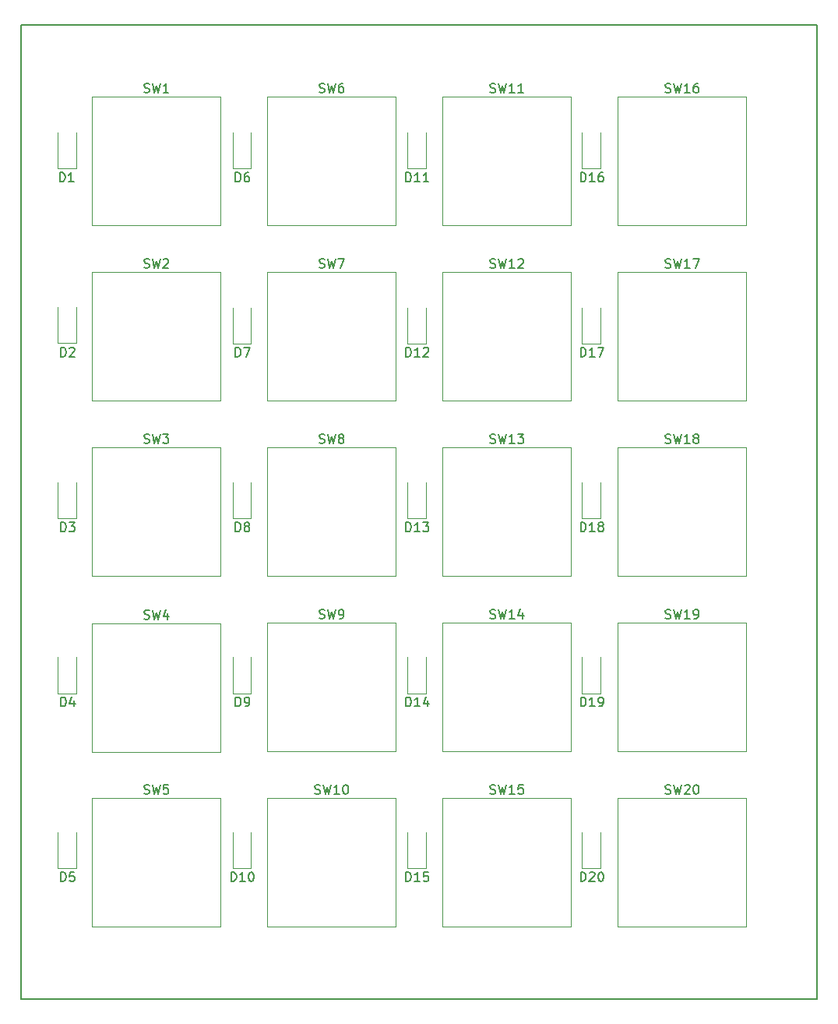
<source format=gbr>
%TF.GenerationSoftware,KiCad,Pcbnew,(5.0.2-5-10.14)*%
%TF.CreationDate,2019-04-08T21:19:03+10:00*%
%TF.ProjectId,macropod,6d616372-6f70-46f6-942e-6b696361645f,rev?*%
%TF.SameCoordinates,Original*%
%TF.FileFunction,Legend,Top*%
%TF.FilePolarity,Positive*%
%FSLAX46Y46*%
G04 Gerber Fmt 4.6, Leading zero omitted, Abs format (unit mm)*
G04 Created by KiCad (PCBNEW (5.0.2-5-10.14)) date Monday, 08 April 2019 at 09:19:03 pm*
%MOMM*%
%LPD*%
G01*
G04 APERTURE LIST*
%ADD10C,0.150000*%
%ADD11C,0.120000*%
G04 APERTURE END LIST*
D10*
X29700000Y-28429951D02*
X29700000Y-134229951D01*
X29700000Y-134229951D02*
X116300000Y-134229951D01*
X116300000Y-28429951D02*
X116300000Y-134229951D01*
X29700000Y-28429951D02*
X116300000Y-28429951D01*
D11*
X37465049Y-36195000D02*
X51435049Y-36195000D01*
X51435049Y-36195000D02*
X51435049Y-50165000D01*
X51435049Y-50165000D02*
X37465049Y-50165000D01*
X37465049Y-50165000D02*
X37465049Y-36195000D01*
X37465049Y-55244951D02*
X51435049Y-55244951D01*
X51435049Y-55244951D02*
X51435049Y-69214951D01*
X51435049Y-69214951D02*
X37465049Y-69214951D01*
X37465049Y-69214951D02*
X37465049Y-55244951D01*
X37465049Y-74294902D02*
X51435049Y-74294902D01*
X51435049Y-74294902D02*
X51435049Y-88264902D01*
X51435049Y-88264902D02*
X37465049Y-88264902D01*
X37465049Y-88264902D02*
X37465049Y-74294902D01*
X37465049Y-93411708D02*
X51435049Y-93411708D01*
X51435049Y-93411708D02*
X51435049Y-107381708D01*
X51435049Y-107381708D02*
X37465049Y-107381708D01*
X37465049Y-107381708D02*
X37465049Y-93411708D01*
X37465049Y-112394804D02*
X51435049Y-112394804D01*
X51435049Y-112394804D02*
X51435049Y-126364804D01*
X51435049Y-126364804D02*
X37465049Y-126364804D01*
X37465049Y-126364804D02*
X37465049Y-112394804D01*
X56515000Y-50165000D02*
X56515000Y-36195000D01*
X70485000Y-50165000D02*
X56515000Y-50165000D01*
X70485000Y-36195000D02*
X70485000Y-50165000D01*
X56515000Y-36195000D02*
X70485000Y-36195000D01*
X56515000Y-55244951D02*
X70485000Y-55244951D01*
X70485000Y-55244951D02*
X70485000Y-69214951D01*
X70485000Y-69214951D02*
X56515000Y-69214951D01*
X56515000Y-69214951D02*
X56515000Y-55244951D01*
X56515000Y-88264902D02*
X56515000Y-74294902D01*
X70485000Y-88264902D02*
X56515000Y-88264902D01*
X70485000Y-74294902D02*
X70485000Y-88264902D01*
X56515000Y-74294902D02*
X70485000Y-74294902D01*
X56515000Y-107314853D02*
X56515000Y-93344853D01*
X70485000Y-107314853D02*
X56515000Y-107314853D01*
X70485000Y-93344853D02*
X70485000Y-107314853D01*
X56515000Y-93344853D02*
X70485000Y-93344853D01*
X56515000Y-112394804D02*
X70485000Y-112394804D01*
X70485000Y-112394804D02*
X70485000Y-126364804D01*
X70485000Y-126364804D02*
X56515000Y-126364804D01*
X56515000Y-126364804D02*
X56515000Y-112394804D01*
X75564951Y-50165000D02*
X75564951Y-36195000D01*
X89534951Y-50165000D02*
X75564951Y-50165000D01*
X89534951Y-36195000D02*
X89534951Y-50165000D01*
X75564951Y-36195000D02*
X89534951Y-36195000D01*
X75564951Y-55244951D02*
X89534951Y-55244951D01*
X89534951Y-55244951D02*
X89534951Y-69214951D01*
X89534951Y-69214951D02*
X75564951Y-69214951D01*
X75564951Y-69214951D02*
X75564951Y-55244951D01*
X75564951Y-88264902D02*
X75564951Y-74294902D01*
X89534951Y-88264902D02*
X75564951Y-88264902D01*
X89534951Y-74294902D02*
X89534951Y-88264902D01*
X75564951Y-74294902D02*
X89534951Y-74294902D01*
X75564951Y-93344853D02*
X89534951Y-93344853D01*
X89534951Y-93344853D02*
X89534951Y-107314853D01*
X89534951Y-107314853D02*
X75564951Y-107314853D01*
X75564951Y-107314853D02*
X75564951Y-93344853D01*
X75564951Y-126364804D02*
X75564951Y-112394804D01*
X89534951Y-126364804D02*
X75564951Y-126364804D01*
X89534951Y-112394804D02*
X89534951Y-126364804D01*
X75564951Y-112394804D02*
X89534951Y-112394804D01*
X94614902Y-36195000D02*
X108584902Y-36195000D01*
X108584902Y-36195000D02*
X108584902Y-50165000D01*
X108584902Y-50165000D02*
X94614902Y-50165000D01*
X94614902Y-50165000D02*
X94614902Y-36195000D01*
X94614902Y-69214951D02*
X94614902Y-55244951D01*
X108584902Y-69214951D02*
X94614902Y-69214951D01*
X108584902Y-55244951D02*
X108584902Y-69214951D01*
X94614902Y-55244951D02*
X108584902Y-55244951D01*
X94614902Y-88264902D02*
X94614902Y-74294902D01*
X108584902Y-88264902D02*
X94614902Y-88264902D01*
X108584902Y-74294902D02*
X108584902Y-88264902D01*
X94614902Y-74294902D02*
X108584902Y-74294902D01*
X94614902Y-107314853D02*
X94614902Y-93344853D01*
X108584902Y-107314853D02*
X94614902Y-107314853D01*
X108584902Y-93344853D02*
X108584902Y-107314853D01*
X94614902Y-93344853D02*
X108584902Y-93344853D01*
X94615000Y-126364804D02*
X94615000Y-112394804D01*
X108585000Y-126364804D02*
X94615000Y-126364804D01*
X108585000Y-112394804D02*
X108585000Y-126364804D01*
X94615000Y-112394804D02*
X108585000Y-112394804D01*
X33740000Y-43990000D02*
X35740000Y-43990000D01*
X35740000Y-43990000D02*
X35740000Y-40090000D01*
X33740000Y-43990000D02*
X33740000Y-40090000D01*
X33740000Y-62965000D02*
X35740000Y-62965000D01*
X35740000Y-62965000D02*
X35740000Y-59065000D01*
X33740000Y-62965000D02*
X33740000Y-59065000D01*
X33740000Y-82015000D02*
X35740000Y-82015000D01*
X35740000Y-82015000D02*
X35740000Y-78115000D01*
X33740000Y-82015000D02*
X33740000Y-78115000D01*
X33740000Y-101015000D02*
X35740000Y-101015000D01*
X35740000Y-101015000D02*
X35740000Y-97115000D01*
X33740000Y-101015000D02*
X33740000Y-97115000D01*
X33740000Y-120015000D02*
X35740000Y-120015000D01*
X35740000Y-120015000D02*
X35740000Y-116115000D01*
X33740000Y-120015000D02*
X33740000Y-116115000D01*
X52740000Y-43990000D02*
X54740000Y-43990000D01*
X54740000Y-43990000D02*
X54740000Y-40090000D01*
X52740000Y-43990000D02*
X52740000Y-40090000D01*
X52740000Y-63015000D02*
X52740000Y-59115000D01*
X54740000Y-63015000D02*
X54740000Y-59115000D01*
X52740000Y-63015000D02*
X54740000Y-63015000D01*
X52740000Y-81990000D02*
X52740000Y-78090000D01*
X54740000Y-81990000D02*
X54740000Y-78090000D01*
X52740000Y-81990000D02*
X54740000Y-81990000D01*
X52740000Y-101015000D02*
X52740000Y-97115000D01*
X54740000Y-101015000D02*
X54740000Y-97115000D01*
X52740000Y-101015000D02*
X54740000Y-101015000D01*
X52740000Y-120015000D02*
X52740000Y-116115000D01*
X54740000Y-120015000D02*
X54740000Y-116115000D01*
X52740000Y-120015000D02*
X54740000Y-120015000D01*
X71740000Y-44015000D02*
X73740000Y-44015000D01*
X73740000Y-44015000D02*
X73740000Y-40115000D01*
X71740000Y-44015000D02*
X71740000Y-40115000D01*
X71740000Y-63015000D02*
X71740000Y-59115000D01*
X73740000Y-63015000D02*
X73740000Y-59115000D01*
X71740000Y-63015000D02*
X73740000Y-63015000D01*
X71740000Y-82015000D02*
X71740000Y-78115000D01*
X73740000Y-82015000D02*
X73740000Y-78115000D01*
X71740000Y-82015000D02*
X73740000Y-82015000D01*
X71740000Y-101015000D02*
X71740000Y-97115000D01*
X73740000Y-101015000D02*
X73740000Y-97115000D01*
X71740000Y-101015000D02*
X73740000Y-101015000D01*
X71740000Y-120015000D02*
X71740000Y-116115000D01*
X73740000Y-120015000D02*
X73740000Y-116115000D01*
X71740000Y-120015000D02*
X73740000Y-120015000D01*
X90740000Y-44015000D02*
X90740000Y-40115000D01*
X92740000Y-44015000D02*
X92740000Y-40115000D01*
X90740000Y-44015000D02*
X92740000Y-44015000D01*
X90740000Y-63015000D02*
X92740000Y-63015000D01*
X92740000Y-63015000D02*
X92740000Y-59115000D01*
X90740000Y-63015000D02*
X90740000Y-59115000D01*
X90740000Y-81990000D02*
X92740000Y-81990000D01*
X92740000Y-81990000D02*
X92740000Y-78090000D01*
X90740000Y-81990000D02*
X90740000Y-78090000D01*
X90740000Y-101015000D02*
X90740000Y-97115000D01*
X92740000Y-101015000D02*
X92740000Y-97115000D01*
X90740000Y-101015000D02*
X92740000Y-101015000D01*
X90740000Y-119990000D02*
X92740000Y-119990000D01*
X92740000Y-119990000D02*
X92740000Y-116090000D01*
X90740000Y-119990000D02*
X90740000Y-116090000D01*
D10*
X43116715Y-35710761D02*
X43259572Y-35758380D01*
X43497668Y-35758380D01*
X43592906Y-35710761D01*
X43640525Y-35663142D01*
X43688144Y-35567904D01*
X43688144Y-35472666D01*
X43640525Y-35377428D01*
X43592906Y-35329809D01*
X43497668Y-35282190D01*
X43307191Y-35234571D01*
X43211953Y-35186952D01*
X43164334Y-35139333D01*
X43116715Y-35044095D01*
X43116715Y-34948857D01*
X43164334Y-34853619D01*
X43211953Y-34806000D01*
X43307191Y-34758380D01*
X43545287Y-34758380D01*
X43688144Y-34806000D01*
X44021477Y-34758380D02*
X44259572Y-35758380D01*
X44450049Y-35044095D01*
X44640525Y-35758380D01*
X44878620Y-34758380D01*
X45783382Y-35758380D02*
X45211953Y-35758380D01*
X45497668Y-35758380D02*
X45497668Y-34758380D01*
X45402429Y-34901238D01*
X45307191Y-34996476D01*
X45211953Y-35044095D01*
X43116715Y-54760712D02*
X43259572Y-54808331D01*
X43497668Y-54808331D01*
X43592906Y-54760712D01*
X43640525Y-54713093D01*
X43688144Y-54617855D01*
X43688144Y-54522617D01*
X43640525Y-54427379D01*
X43592906Y-54379760D01*
X43497668Y-54332141D01*
X43307191Y-54284522D01*
X43211953Y-54236903D01*
X43164334Y-54189284D01*
X43116715Y-54094046D01*
X43116715Y-53998808D01*
X43164334Y-53903570D01*
X43211953Y-53855951D01*
X43307191Y-53808331D01*
X43545287Y-53808331D01*
X43688144Y-53855951D01*
X44021477Y-53808331D02*
X44259572Y-54808331D01*
X44450049Y-54094046D01*
X44640525Y-54808331D01*
X44878620Y-53808331D01*
X45211953Y-53903570D02*
X45259572Y-53855951D01*
X45354810Y-53808331D01*
X45592906Y-53808331D01*
X45688144Y-53855951D01*
X45735763Y-53903570D01*
X45783382Y-53998808D01*
X45783382Y-54094046D01*
X45735763Y-54236903D01*
X45164334Y-54808331D01*
X45783382Y-54808331D01*
X43116715Y-73810663D02*
X43259572Y-73858282D01*
X43497668Y-73858282D01*
X43592906Y-73810663D01*
X43640525Y-73763044D01*
X43688144Y-73667806D01*
X43688144Y-73572568D01*
X43640525Y-73477330D01*
X43592906Y-73429711D01*
X43497668Y-73382092D01*
X43307191Y-73334473D01*
X43211953Y-73286854D01*
X43164334Y-73239235D01*
X43116715Y-73143997D01*
X43116715Y-73048759D01*
X43164334Y-72953521D01*
X43211953Y-72905902D01*
X43307191Y-72858282D01*
X43545287Y-72858282D01*
X43688144Y-72905902D01*
X44021477Y-72858282D02*
X44259572Y-73858282D01*
X44450049Y-73143997D01*
X44640525Y-73858282D01*
X44878620Y-72858282D01*
X45164334Y-72858282D02*
X45783382Y-72858282D01*
X45450049Y-73239235D01*
X45592906Y-73239235D01*
X45688144Y-73286854D01*
X45735763Y-73334473D01*
X45783382Y-73429711D01*
X45783382Y-73667806D01*
X45735763Y-73763044D01*
X45688144Y-73810663D01*
X45592906Y-73858282D01*
X45307191Y-73858282D01*
X45211953Y-73810663D01*
X45164334Y-73763044D01*
X43116715Y-92927469D02*
X43259572Y-92975088D01*
X43497668Y-92975088D01*
X43592906Y-92927469D01*
X43640525Y-92879850D01*
X43688144Y-92784612D01*
X43688144Y-92689374D01*
X43640525Y-92594136D01*
X43592906Y-92546517D01*
X43497668Y-92498898D01*
X43307191Y-92451279D01*
X43211953Y-92403660D01*
X43164334Y-92356041D01*
X43116715Y-92260803D01*
X43116715Y-92165565D01*
X43164334Y-92070327D01*
X43211953Y-92022708D01*
X43307191Y-91975088D01*
X43545287Y-91975088D01*
X43688144Y-92022708D01*
X44021477Y-91975088D02*
X44259572Y-92975088D01*
X44450049Y-92260803D01*
X44640525Y-92975088D01*
X44878620Y-91975088D01*
X45688144Y-92308422D02*
X45688144Y-92975088D01*
X45450049Y-91927469D02*
X45211953Y-92641755D01*
X45831001Y-92641755D01*
X43116715Y-111910565D02*
X43259572Y-111958184D01*
X43497668Y-111958184D01*
X43592906Y-111910565D01*
X43640525Y-111862946D01*
X43688144Y-111767708D01*
X43688144Y-111672470D01*
X43640525Y-111577232D01*
X43592906Y-111529613D01*
X43497668Y-111481994D01*
X43307191Y-111434375D01*
X43211953Y-111386756D01*
X43164334Y-111339137D01*
X43116715Y-111243899D01*
X43116715Y-111148661D01*
X43164334Y-111053423D01*
X43211953Y-111005804D01*
X43307191Y-110958184D01*
X43545287Y-110958184D01*
X43688144Y-111005804D01*
X44021477Y-110958184D02*
X44259572Y-111958184D01*
X44450049Y-111243899D01*
X44640525Y-111958184D01*
X44878620Y-110958184D01*
X45735763Y-110958184D02*
X45259572Y-110958184D01*
X45211953Y-111434375D01*
X45259572Y-111386756D01*
X45354810Y-111339137D01*
X45592906Y-111339137D01*
X45688144Y-111386756D01*
X45735763Y-111434375D01*
X45783382Y-111529613D01*
X45783382Y-111767708D01*
X45735763Y-111862946D01*
X45688144Y-111910565D01*
X45592906Y-111958184D01*
X45354810Y-111958184D01*
X45259572Y-111910565D01*
X45211953Y-111862946D01*
X62166666Y-35710761D02*
X62309523Y-35758380D01*
X62547619Y-35758380D01*
X62642857Y-35710761D01*
X62690476Y-35663142D01*
X62738095Y-35567904D01*
X62738095Y-35472666D01*
X62690476Y-35377428D01*
X62642857Y-35329809D01*
X62547619Y-35282190D01*
X62357142Y-35234571D01*
X62261904Y-35186952D01*
X62214285Y-35139333D01*
X62166666Y-35044095D01*
X62166666Y-34948857D01*
X62214285Y-34853619D01*
X62261904Y-34806000D01*
X62357142Y-34758380D01*
X62595238Y-34758380D01*
X62738095Y-34806000D01*
X63071428Y-34758380D02*
X63309523Y-35758380D01*
X63500000Y-35044095D01*
X63690476Y-35758380D01*
X63928571Y-34758380D01*
X64738095Y-34758380D02*
X64547619Y-34758380D01*
X64452380Y-34806000D01*
X64404761Y-34853619D01*
X64309523Y-34996476D01*
X64261904Y-35186952D01*
X64261904Y-35567904D01*
X64309523Y-35663142D01*
X64357142Y-35710761D01*
X64452380Y-35758380D01*
X64642857Y-35758380D01*
X64738095Y-35710761D01*
X64785714Y-35663142D01*
X64833333Y-35567904D01*
X64833333Y-35329809D01*
X64785714Y-35234571D01*
X64738095Y-35186952D01*
X64642857Y-35139333D01*
X64452380Y-35139333D01*
X64357142Y-35186952D01*
X64309523Y-35234571D01*
X64261904Y-35329809D01*
X62166666Y-54760712D02*
X62309523Y-54808331D01*
X62547619Y-54808331D01*
X62642857Y-54760712D01*
X62690476Y-54713093D01*
X62738095Y-54617855D01*
X62738095Y-54522617D01*
X62690476Y-54427379D01*
X62642857Y-54379760D01*
X62547619Y-54332141D01*
X62357142Y-54284522D01*
X62261904Y-54236903D01*
X62214285Y-54189284D01*
X62166666Y-54094046D01*
X62166666Y-53998808D01*
X62214285Y-53903570D01*
X62261904Y-53855951D01*
X62357142Y-53808331D01*
X62595238Y-53808331D01*
X62738095Y-53855951D01*
X63071428Y-53808331D02*
X63309523Y-54808331D01*
X63500000Y-54094046D01*
X63690476Y-54808331D01*
X63928571Y-53808331D01*
X64214285Y-53808331D02*
X64880952Y-53808331D01*
X64452380Y-54808331D01*
X62166666Y-73810663D02*
X62309523Y-73858282D01*
X62547619Y-73858282D01*
X62642857Y-73810663D01*
X62690476Y-73763044D01*
X62738095Y-73667806D01*
X62738095Y-73572568D01*
X62690476Y-73477330D01*
X62642857Y-73429711D01*
X62547619Y-73382092D01*
X62357142Y-73334473D01*
X62261904Y-73286854D01*
X62214285Y-73239235D01*
X62166666Y-73143997D01*
X62166666Y-73048759D01*
X62214285Y-72953521D01*
X62261904Y-72905902D01*
X62357142Y-72858282D01*
X62595238Y-72858282D01*
X62738095Y-72905902D01*
X63071428Y-72858282D02*
X63309523Y-73858282D01*
X63500000Y-73143997D01*
X63690476Y-73858282D01*
X63928571Y-72858282D01*
X64452380Y-73286854D02*
X64357142Y-73239235D01*
X64309523Y-73191616D01*
X64261904Y-73096378D01*
X64261904Y-73048759D01*
X64309523Y-72953521D01*
X64357142Y-72905902D01*
X64452380Y-72858282D01*
X64642857Y-72858282D01*
X64738095Y-72905902D01*
X64785714Y-72953521D01*
X64833333Y-73048759D01*
X64833333Y-73096378D01*
X64785714Y-73191616D01*
X64738095Y-73239235D01*
X64642857Y-73286854D01*
X64452380Y-73286854D01*
X64357142Y-73334473D01*
X64309523Y-73382092D01*
X64261904Y-73477330D01*
X64261904Y-73667806D01*
X64309523Y-73763044D01*
X64357142Y-73810663D01*
X64452380Y-73858282D01*
X64642857Y-73858282D01*
X64738095Y-73810663D01*
X64785714Y-73763044D01*
X64833333Y-73667806D01*
X64833333Y-73477330D01*
X64785714Y-73382092D01*
X64738095Y-73334473D01*
X64642857Y-73286854D01*
X62166666Y-92860614D02*
X62309523Y-92908233D01*
X62547619Y-92908233D01*
X62642857Y-92860614D01*
X62690476Y-92812995D01*
X62738095Y-92717757D01*
X62738095Y-92622519D01*
X62690476Y-92527281D01*
X62642857Y-92479662D01*
X62547619Y-92432043D01*
X62357142Y-92384424D01*
X62261904Y-92336805D01*
X62214285Y-92289186D01*
X62166666Y-92193948D01*
X62166666Y-92098710D01*
X62214285Y-92003472D01*
X62261904Y-91955853D01*
X62357142Y-91908233D01*
X62595238Y-91908233D01*
X62738095Y-91955853D01*
X63071428Y-91908233D02*
X63309523Y-92908233D01*
X63500000Y-92193948D01*
X63690476Y-92908233D01*
X63928571Y-91908233D01*
X64357142Y-92908233D02*
X64547619Y-92908233D01*
X64642857Y-92860614D01*
X64690476Y-92812995D01*
X64785714Y-92670138D01*
X64833333Y-92479662D01*
X64833333Y-92098710D01*
X64785714Y-92003472D01*
X64738095Y-91955853D01*
X64642857Y-91908233D01*
X64452380Y-91908233D01*
X64357142Y-91955853D01*
X64309523Y-92003472D01*
X64261904Y-92098710D01*
X64261904Y-92336805D01*
X64309523Y-92432043D01*
X64357142Y-92479662D01*
X64452380Y-92527281D01*
X64642857Y-92527281D01*
X64738095Y-92479662D01*
X64785714Y-92432043D01*
X64833333Y-92336805D01*
X61690476Y-111910565D02*
X61833333Y-111958184D01*
X62071428Y-111958184D01*
X62166666Y-111910565D01*
X62214285Y-111862946D01*
X62261904Y-111767708D01*
X62261904Y-111672470D01*
X62214285Y-111577232D01*
X62166666Y-111529613D01*
X62071428Y-111481994D01*
X61880952Y-111434375D01*
X61785714Y-111386756D01*
X61738095Y-111339137D01*
X61690476Y-111243899D01*
X61690476Y-111148661D01*
X61738095Y-111053423D01*
X61785714Y-111005804D01*
X61880952Y-110958184D01*
X62119047Y-110958184D01*
X62261904Y-111005804D01*
X62595238Y-110958184D02*
X62833333Y-111958184D01*
X63023809Y-111243899D01*
X63214285Y-111958184D01*
X63452380Y-110958184D01*
X64357142Y-111958184D02*
X63785714Y-111958184D01*
X64071428Y-111958184D02*
X64071428Y-110958184D01*
X63976190Y-111101042D01*
X63880952Y-111196280D01*
X63785714Y-111243899D01*
X64976190Y-110958184D02*
X65071428Y-110958184D01*
X65166666Y-111005804D01*
X65214285Y-111053423D01*
X65261904Y-111148661D01*
X65309523Y-111339137D01*
X65309523Y-111577232D01*
X65261904Y-111767708D01*
X65214285Y-111862946D01*
X65166666Y-111910565D01*
X65071428Y-111958184D01*
X64976190Y-111958184D01*
X64880952Y-111910565D01*
X64833333Y-111862946D01*
X64785714Y-111767708D01*
X64738095Y-111577232D01*
X64738095Y-111339137D01*
X64785714Y-111148661D01*
X64833333Y-111053423D01*
X64880952Y-111005804D01*
X64976190Y-110958184D01*
X80740427Y-35710761D02*
X80883284Y-35758380D01*
X81121379Y-35758380D01*
X81216617Y-35710761D01*
X81264236Y-35663142D01*
X81311855Y-35567904D01*
X81311855Y-35472666D01*
X81264236Y-35377428D01*
X81216617Y-35329809D01*
X81121379Y-35282190D01*
X80930903Y-35234571D01*
X80835665Y-35186952D01*
X80788046Y-35139333D01*
X80740427Y-35044095D01*
X80740427Y-34948857D01*
X80788046Y-34853619D01*
X80835665Y-34806000D01*
X80930903Y-34758380D01*
X81168998Y-34758380D01*
X81311855Y-34806000D01*
X81645189Y-34758380D02*
X81883284Y-35758380D01*
X82073760Y-35044095D01*
X82264236Y-35758380D01*
X82502331Y-34758380D01*
X83407093Y-35758380D02*
X82835665Y-35758380D01*
X83121379Y-35758380D02*
X83121379Y-34758380D01*
X83026141Y-34901238D01*
X82930903Y-34996476D01*
X82835665Y-35044095D01*
X84359474Y-35758380D02*
X83788046Y-35758380D01*
X84073760Y-35758380D02*
X84073760Y-34758380D01*
X83978522Y-34901238D01*
X83883284Y-34996476D01*
X83788046Y-35044095D01*
X80740427Y-54760712D02*
X80883284Y-54808331D01*
X81121379Y-54808331D01*
X81216617Y-54760712D01*
X81264236Y-54713093D01*
X81311855Y-54617855D01*
X81311855Y-54522617D01*
X81264236Y-54427379D01*
X81216617Y-54379760D01*
X81121379Y-54332141D01*
X80930903Y-54284522D01*
X80835665Y-54236903D01*
X80788046Y-54189284D01*
X80740427Y-54094046D01*
X80740427Y-53998808D01*
X80788046Y-53903570D01*
X80835665Y-53855951D01*
X80930903Y-53808331D01*
X81168998Y-53808331D01*
X81311855Y-53855951D01*
X81645189Y-53808331D02*
X81883284Y-54808331D01*
X82073760Y-54094046D01*
X82264236Y-54808331D01*
X82502331Y-53808331D01*
X83407093Y-54808331D02*
X82835665Y-54808331D01*
X83121379Y-54808331D02*
X83121379Y-53808331D01*
X83026141Y-53951189D01*
X82930903Y-54046427D01*
X82835665Y-54094046D01*
X83788046Y-53903570D02*
X83835665Y-53855951D01*
X83930903Y-53808331D01*
X84168998Y-53808331D01*
X84264236Y-53855951D01*
X84311855Y-53903570D01*
X84359474Y-53998808D01*
X84359474Y-54094046D01*
X84311855Y-54236903D01*
X83740427Y-54808331D01*
X84359474Y-54808331D01*
X80740427Y-73810663D02*
X80883284Y-73858282D01*
X81121379Y-73858282D01*
X81216617Y-73810663D01*
X81264236Y-73763044D01*
X81311855Y-73667806D01*
X81311855Y-73572568D01*
X81264236Y-73477330D01*
X81216617Y-73429711D01*
X81121379Y-73382092D01*
X80930903Y-73334473D01*
X80835665Y-73286854D01*
X80788046Y-73239235D01*
X80740427Y-73143997D01*
X80740427Y-73048759D01*
X80788046Y-72953521D01*
X80835665Y-72905902D01*
X80930903Y-72858282D01*
X81168998Y-72858282D01*
X81311855Y-72905902D01*
X81645189Y-72858282D02*
X81883284Y-73858282D01*
X82073760Y-73143997D01*
X82264236Y-73858282D01*
X82502331Y-72858282D01*
X83407093Y-73858282D02*
X82835665Y-73858282D01*
X83121379Y-73858282D02*
X83121379Y-72858282D01*
X83026141Y-73001140D01*
X82930903Y-73096378D01*
X82835665Y-73143997D01*
X83740427Y-72858282D02*
X84359474Y-72858282D01*
X84026141Y-73239235D01*
X84168998Y-73239235D01*
X84264236Y-73286854D01*
X84311855Y-73334473D01*
X84359474Y-73429711D01*
X84359474Y-73667806D01*
X84311855Y-73763044D01*
X84264236Y-73810663D01*
X84168998Y-73858282D01*
X83883284Y-73858282D01*
X83788046Y-73810663D01*
X83740427Y-73763044D01*
X80740427Y-92860614D02*
X80883284Y-92908233D01*
X81121379Y-92908233D01*
X81216617Y-92860614D01*
X81264236Y-92812995D01*
X81311855Y-92717757D01*
X81311855Y-92622519D01*
X81264236Y-92527281D01*
X81216617Y-92479662D01*
X81121379Y-92432043D01*
X80930903Y-92384424D01*
X80835665Y-92336805D01*
X80788046Y-92289186D01*
X80740427Y-92193948D01*
X80740427Y-92098710D01*
X80788046Y-92003472D01*
X80835665Y-91955853D01*
X80930903Y-91908233D01*
X81168998Y-91908233D01*
X81311855Y-91955853D01*
X81645189Y-91908233D02*
X81883284Y-92908233D01*
X82073760Y-92193948D01*
X82264236Y-92908233D01*
X82502331Y-91908233D01*
X83407093Y-92908233D02*
X82835665Y-92908233D01*
X83121379Y-92908233D02*
X83121379Y-91908233D01*
X83026141Y-92051091D01*
X82930903Y-92146329D01*
X82835665Y-92193948D01*
X84264236Y-92241567D02*
X84264236Y-92908233D01*
X84026141Y-91860614D02*
X83788046Y-92574900D01*
X84407093Y-92574900D01*
X80740427Y-111910565D02*
X80883284Y-111958184D01*
X81121379Y-111958184D01*
X81216617Y-111910565D01*
X81264236Y-111862946D01*
X81311855Y-111767708D01*
X81311855Y-111672470D01*
X81264236Y-111577232D01*
X81216617Y-111529613D01*
X81121379Y-111481994D01*
X80930903Y-111434375D01*
X80835665Y-111386756D01*
X80788046Y-111339137D01*
X80740427Y-111243899D01*
X80740427Y-111148661D01*
X80788046Y-111053423D01*
X80835665Y-111005804D01*
X80930903Y-110958184D01*
X81168998Y-110958184D01*
X81311855Y-111005804D01*
X81645189Y-110958184D02*
X81883284Y-111958184D01*
X82073760Y-111243899D01*
X82264236Y-111958184D01*
X82502331Y-110958184D01*
X83407093Y-111958184D02*
X82835665Y-111958184D01*
X83121379Y-111958184D02*
X83121379Y-110958184D01*
X83026141Y-111101042D01*
X82930903Y-111196280D01*
X82835665Y-111243899D01*
X84311855Y-110958184D02*
X83835665Y-110958184D01*
X83788046Y-111434375D01*
X83835665Y-111386756D01*
X83930903Y-111339137D01*
X84168998Y-111339137D01*
X84264236Y-111386756D01*
X84311855Y-111434375D01*
X84359474Y-111529613D01*
X84359474Y-111767708D01*
X84311855Y-111862946D01*
X84264236Y-111910565D01*
X84168998Y-111958184D01*
X83930903Y-111958184D01*
X83835665Y-111910565D01*
X83788046Y-111862946D01*
X99790378Y-35710761D02*
X99933235Y-35758380D01*
X100171330Y-35758380D01*
X100266568Y-35710761D01*
X100314187Y-35663142D01*
X100361806Y-35567904D01*
X100361806Y-35472666D01*
X100314187Y-35377428D01*
X100266568Y-35329809D01*
X100171330Y-35282190D01*
X99980854Y-35234571D01*
X99885616Y-35186952D01*
X99837997Y-35139333D01*
X99790378Y-35044095D01*
X99790378Y-34948857D01*
X99837997Y-34853619D01*
X99885616Y-34806000D01*
X99980854Y-34758380D01*
X100218949Y-34758380D01*
X100361806Y-34806000D01*
X100695140Y-34758380D02*
X100933235Y-35758380D01*
X101123711Y-35044095D01*
X101314187Y-35758380D01*
X101552282Y-34758380D01*
X102457044Y-35758380D02*
X101885616Y-35758380D01*
X102171330Y-35758380D02*
X102171330Y-34758380D01*
X102076092Y-34901238D01*
X101980854Y-34996476D01*
X101885616Y-35044095D01*
X103314187Y-34758380D02*
X103123711Y-34758380D01*
X103028473Y-34806000D01*
X102980854Y-34853619D01*
X102885616Y-34996476D01*
X102837997Y-35186952D01*
X102837997Y-35567904D01*
X102885616Y-35663142D01*
X102933235Y-35710761D01*
X103028473Y-35758380D01*
X103218949Y-35758380D01*
X103314187Y-35710761D01*
X103361806Y-35663142D01*
X103409425Y-35567904D01*
X103409425Y-35329809D01*
X103361806Y-35234571D01*
X103314187Y-35186952D01*
X103218949Y-35139333D01*
X103028473Y-35139333D01*
X102933235Y-35186952D01*
X102885616Y-35234571D01*
X102837997Y-35329809D01*
X99790378Y-54760712D02*
X99933235Y-54808331D01*
X100171330Y-54808331D01*
X100266568Y-54760712D01*
X100314187Y-54713093D01*
X100361806Y-54617855D01*
X100361806Y-54522617D01*
X100314187Y-54427379D01*
X100266568Y-54379760D01*
X100171330Y-54332141D01*
X99980854Y-54284522D01*
X99885616Y-54236903D01*
X99837997Y-54189284D01*
X99790378Y-54094046D01*
X99790378Y-53998808D01*
X99837997Y-53903570D01*
X99885616Y-53855951D01*
X99980854Y-53808331D01*
X100218949Y-53808331D01*
X100361806Y-53855951D01*
X100695140Y-53808331D02*
X100933235Y-54808331D01*
X101123711Y-54094046D01*
X101314187Y-54808331D01*
X101552282Y-53808331D01*
X102457044Y-54808331D02*
X101885616Y-54808331D01*
X102171330Y-54808331D02*
X102171330Y-53808331D01*
X102076092Y-53951189D01*
X101980854Y-54046427D01*
X101885616Y-54094046D01*
X102790378Y-53808331D02*
X103457044Y-53808331D01*
X103028473Y-54808331D01*
X99790378Y-73810663D02*
X99933235Y-73858282D01*
X100171330Y-73858282D01*
X100266568Y-73810663D01*
X100314187Y-73763044D01*
X100361806Y-73667806D01*
X100361806Y-73572568D01*
X100314187Y-73477330D01*
X100266568Y-73429711D01*
X100171330Y-73382092D01*
X99980854Y-73334473D01*
X99885616Y-73286854D01*
X99837997Y-73239235D01*
X99790378Y-73143997D01*
X99790378Y-73048759D01*
X99837997Y-72953521D01*
X99885616Y-72905902D01*
X99980854Y-72858282D01*
X100218949Y-72858282D01*
X100361806Y-72905902D01*
X100695140Y-72858282D02*
X100933235Y-73858282D01*
X101123711Y-73143997D01*
X101314187Y-73858282D01*
X101552282Y-72858282D01*
X102457044Y-73858282D02*
X101885616Y-73858282D01*
X102171330Y-73858282D02*
X102171330Y-72858282D01*
X102076092Y-73001140D01*
X101980854Y-73096378D01*
X101885616Y-73143997D01*
X103028473Y-73286854D02*
X102933235Y-73239235D01*
X102885616Y-73191616D01*
X102837997Y-73096378D01*
X102837997Y-73048759D01*
X102885616Y-72953521D01*
X102933235Y-72905902D01*
X103028473Y-72858282D01*
X103218949Y-72858282D01*
X103314187Y-72905902D01*
X103361806Y-72953521D01*
X103409425Y-73048759D01*
X103409425Y-73096378D01*
X103361806Y-73191616D01*
X103314187Y-73239235D01*
X103218949Y-73286854D01*
X103028473Y-73286854D01*
X102933235Y-73334473D01*
X102885616Y-73382092D01*
X102837997Y-73477330D01*
X102837997Y-73667806D01*
X102885616Y-73763044D01*
X102933235Y-73810663D01*
X103028473Y-73858282D01*
X103218949Y-73858282D01*
X103314187Y-73810663D01*
X103361806Y-73763044D01*
X103409425Y-73667806D01*
X103409425Y-73477330D01*
X103361806Y-73382092D01*
X103314187Y-73334473D01*
X103218949Y-73286854D01*
X99790378Y-92860614D02*
X99933235Y-92908233D01*
X100171330Y-92908233D01*
X100266568Y-92860614D01*
X100314187Y-92812995D01*
X100361806Y-92717757D01*
X100361806Y-92622519D01*
X100314187Y-92527281D01*
X100266568Y-92479662D01*
X100171330Y-92432043D01*
X99980854Y-92384424D01*
X99885616Y-92336805D01*
X99837997Y-92289186D01*
X99790378Y-92193948D01*
X99790378Y-92098710D01*
X99837997Y-92003472D01*
X99885616Y-91955853D01*
X99980854Y-91908233D01*
X100218949Y-91908233D01*
X100361806Y-91955853D01*
X100695140Y-91908233D02*
X100933235Y-92908233D01*
X101123711Y-92193948D01*
X101314187Y-92908233D01*
X101552282Y-91908233D01*
X102457044Y-92908233D02*
X101885616Y-92908233D01*
X102171330Y-92908233D02*
X102171330Y-91908233D01*
X102076092Y-92051091D01*
X101980854Y-92146329D01*
X101885616Y-92193948D01*
X102933235Y-92908233D02*
X103123711Y-92908233D01*
X103218949Y-92860614D01*
X103266568Y-92812995D01*
X103361806Y-92670138D01*
X103409425Y-92479662D01*
X103409425Y-92098710D01*
X103361806Y-92003472D01*
X103314187Y-91955853D01*
X103218949Y-91908233D01*
X103028473Y-91908233D01*
X102933235Y-91955853D01*
X102885616Y-92003472D01*
X102837997Y-92098710D01*
X102837997Y-92336805D01*
X102885616Y-92432043D01*
X102933235Y-92479662D01*
X103028473Y-92527281D01*
X103218949Y-92527281D01*
X103314187Y-92479662D01*
X103361806Y-92432043D01*
X103409425Y-92336805D01*
X99790476Y-111910565D02*
X99933333Y-111958184D01*
X100171428Y-111958184D01*
X100266666Y-111910565D01*
X100314285Y-111862946D01*
X100361904Y-111767708D01*
X100361904Y-111672470D01*
X100314285Y-111577232D01*
X100266666Y-111529613D01*
X100171428Y-111481994D01*
X99980952Y-111434375D01*
X99885714Y-111386756D01*
X99838095Y-111339137D01*
X99790476Y-111243899D01*
X99790476Y-111148661D01*
X99838095Y-111053423D01*
X99885714Y-111005804D01*
X99980952Y-110958184D01*
X100219047Y-110958184D01*
X100361904Y-111005804D01*
X100695238Y-110958184D02*
X100933333Y-111958184D01*
X101123809Y-111243899D01*
X101314285Y-111958184D01*
X101552380Y-110958184D01*
X101885714Y-111053423D02*
X101933333Y-111005804D01*
X102028571Y-110958184D01*
X102266666Y-110958184D01*
X102361904Y-111005804D01*
X102409523Y-111053423D01*
X102457142Y-111148661D01*
X102457142Y-111243899D01*
X102409523Y-111386756D01*
X101838095Y-111958184D01*
X102457142Y-111958184D01*
X103076190Y-110958184D02*
X103171428Y-110958184D01*
X103266666Y-111005804D01*
X103314285Y-111053423D01*
X103361904Y-111148661D01*
X103409523Y-111339137D01*
X103409523Y-111577232D01*
X103361904Y-111767708D01*
X103314285Y-111862946D01*
X103266666Y-111910565D01*
X103171428Y-111958184D01*
X103076190Y-111958184D01*
X102980952Y-111910565D01*
X102933333Y-111862946D01*
X102885714Y-111767708D01*
X102838095Y-111577232D01*
X102838095Y-111339137D01*
X102885714Y-111148661D01*
X102933333Y-111053423D01*
X102980952Y-111005804D01*
X103076190Y-110958184D01*
X33961904Y-45452380D02*
X33961904Y-44452380D01*
X34200000Y-44452380D01*
X34342857Y-44500000D01*
X34438095Y-44595238D01*
X34485714Y-44690476D01*
X34533333Y-44880952D01*
X34533333Y-45023809D01*
X34485714Y-45214285D01*
X34438095Y-45309523D01*
X34342857Y-45404761D01*
X34200000Y-45452380D01*
X33961904Y-45452380D01*
X35485714Y-45452380D02*
X34914285Y-45452380D01*
X35200000Y-45452380D02*
X35200000Y-44452380D01*
X35104761Y-44595238D01*
X35009523Y-44690476D01*
X34914285Y-44738095D01*
X34061904Y-64452380D02*
X34061904Y-63452380D01*
X34300000Y-63452380D01*
X34442857Y-63500000D01*
X34538095Y-63595238D01*
X34585714Y-63690476D01*
X34633333Y-63880952D01*
X34633333Y-64023809D01*
X34585714Y-64214285D01*
X34538095Y-64309523D01*
X34442857Y-64404761D01*
X34300000Y-64452380D01*
X34061904Y-64452380D01*
X35014285Y-63547619D02*
X35061904Y-63500000D01*
X35157142Y-63452380D01*
X35395238Y-63452380D01*
X35490476Y-63500000D01*
X35538095Y-63547619D01*
X35585714Y-63642857D01*
X35585714Y-63738095D01*
X35538095Y-63880952D01*
X34966666Y-64452380D01*
X35585714Y-64452380D01*
X34061904Y-83452380D02*
X34061904Y-82452380D01*
X34300000Y-82452380D01*
X34442857Y-82500000D01*
X34538095Y-82595238D01*
X34585714Y-82690476D01*
X34633333Y-82880952D01*
X34633333Y-83023809D01*
X34585714Y-83214285D01*
X34538095Y-83309523D01*
X34442857Y-83404761D01*
X34300000Y-83452380D01*
X34061904Y-83452380D01*
X34966666Y-82452380D02*
X35585714Y-82452380D01*
X35252380Y-82833333D01*
X35395238Y-82833333D01*
X35490476Y-82880952D01*
X35538095Y-82928571D01*
X35585714Y-83023809D01*
X35585714Y-83261904D01*
X35538095Y-83357142D01*
X35490476Y-83404761D01*
X35395238Y-83452380D01*
X35109523Y-83452380D01*
X35014285Y-83404761D01*
X34966666Y-83357142D01*
X34061904Y-102452380D02*
X34061904Y-101452380D01*
X34300000Y-101452380D01*
X34442857Y-101500000D01*
X34538095Y-101595238D01*
X34585714Y-101690476D01*
X34633333Y-101880952D01*
X34633333Y-102023809D01*
X34585714Y-102214285D01*
X34538095Y-102309523D01*
X34442857Y-102404761D01*
X34300000Y-102452380D01*
X34061904Y-102452380D01*
X35490476Y-101785714D02*
X35490476Y-102452380D01*
X35252380Y-101404761D02*
X35014285Y-102119047D01*
X35633333Y-102119047D01*
X34061904Y-121452380D02*
X34061904Y-120452380D01*
X34300000Y-120452380D01*
X34442857Y-120500000D01*
X34538095Y-120595238D01*
X34585714Y-120690476D01*
X34633333Y-120880952D01*
X34633333Y-121023809D01*
X34585714Y-121214285D01*
X34538095Y-121309523D01*
X34442857Y-121404761D01*
X34300000Y-121452380D01*
X34061904Y-121452380D01*
X35538095Y-120452380D02*
X35061904Y-120452380D01*
X35014285Y-120928571D01*
X35061904Y-120880952D01*
X35157142Y-120833333D01*
X35395238Y-120833333D01*
X35490476Y-120880952D01*
X35538095Y-120928571D01*
X35585714Y-121023809D01*
X35585714Y-121261904D01*
X35538095Y-121357142D01*
X35490476Y-121404761D01*
X35395238Y-121452380D01*
X35157142Y-121452380D01*
X35061904Y-121404761D01*
X35014285Y-121357142D01*
X53061904Y-45452380D02*
X53061904Y-44452380D01*
X53300000Y-44452380D01*
X53442857Y-44500000D01*
X53538095Y-44595238D01*
X53585714Y-44690476D01*
X53633333Y-44880952D01*
X53633333Y-45023809D01*
X53585714Y-45214285D01*
X53538095Y-45309523D01*
X53442857Y-45404761D01*
X53300000Y-45452380D01*
X53061904Y-45452380D01*
X54490476Y-44452380D02*
X54300000Y-44452380D01*
X54204761Y-44500000D01*
X54157142Y-44547619D01*
X54061904Y-44690476D01*
X54014285Y-44880952D01*
X54014285Y-45261904D01*
X54061904Y-45357142D01*
X54109523Y-45404761D01*
X54204761Y-45452380D01*
X54395238Y-45452380D01*
X54490476Y-45404761D01*
X54538095Y-45357142D01*
X54585714Y-45261904D01*
X54585714Y-45023809D01*
X54538095Y-44928571D01*
X54490476Y-44880952D01*
X54395238Y-44833333D01*
X54204761Y-44833333D01*
X54109523Y-44880952D01*
X54061904Y-44928571D01*
X54014285Y-45023809D01*
X53061904Y-64452380D02*
X53061904Y-63452380D01*
X53300000Y-63452380D01*
X53442857Y-63500000D01*
X53538095Y-63595238D01*
X53585714Y-63690476D01*
X53633333Y-63880952D01*
X53633333Y-64023809D01*
X53585714Y-64214285D01*
X53538095Y-64309523D01*
X53442857Y-64404761D01*
X53300000Y-64452380D01*
X53061904Y-64452380D01*
X53966666Y-63452380D02*
X54633333Y-63452380D01*
X54204761Y-64452380D01*
X53061904Y-83452380D02*
X53061904Y-82452380D01*
X53300000Y-82452380D01*
X53442857Y-82500000D01*
X53538095Y-82595238D01*
X53585714Y-82690476D01*
X53633333Y-82880952D01*
X53633333Y-83023809D01*
X53585714Y-83214285D01*
X53538095Y-83309523D01*
X53442857Y-83404761D01*
X53300000Y-83452380D01*
X53061904Y-83452380D01*
X54204761Y-82880952D02*
X54109523Y-82833333D01*
X54061904Y-82785714D01*
X54014285Y-82690476D01*
X54014285Y-82642857D01*
X54061904Y-82547619D01*
X54109523Y-82500000D01*
X54204761Y-82452380D01*
X54395238Y-82452380D01*
X54490476Y-82500000D01*
X54538095Y-82547619D01*
X54585714Y-82642857D01*
X54585714Y-82690476D01*
X54538095Y-82785714D01*
X54490476Y-82833333D01*
X54395238Y-82880952D01*
X54204761Y-82880952D01*
X54109523Y-82928571D01*
X54061904Y-82976190D01*
X54014285Y-83071428D01*
X54014285Y-83261904D01*
X54061904Y-83357142D01*
X54109523Y-83404761D01*
X54204761Y-83452380D01*
X54395238Y-83452380D01*
X54490476Y-83404761D01*
X54538095Y-83357142D01*
X54585714Y-83261904D01*
X54585714Y-83071428D01*
X54538095Y-82976190D01*
X54490476Y-82928571D01*
X54395238Y-82880952D01*
X53061904Y-102452380D02*
X53061904Y-101452380D01*
X53300000Y-101452380D01*
X53442857Y-101500000D01*
X53538095Y-101595238D01*
X53585714Y-101690476D01*
X53633333Y-101880952D01*
X53633333Y-102023809D01*
X53585714Y-102214285D01*
X53538095Y-102309523D01*
X53442857Y-102404761D01*
X53300000Y-102452380D01*
X53061904Y-102452380D01*
X54109523Y-102452380D02*
X54300000Y-102452380D01*
X54395238Y-102404761D01*
X54442857Y-102357142D01*
X54538095Y-102214285D01*
X54585714Y-102023809D01*
X54585714Y-101642857D01*
X54538095Y-101547619D01*
X54490476Y-101500000D01*
X54395238Y-101452380D01*
X54204761Y-101452380D01*
X54109523Y-101500000D01*
X54061904Y-101547619D01*
X54014285Y-101642857D01*
X54014285Y-101880952D01*
X54061904Y-101976190D01*
X54109523Y-102023809D01*
X54204761Y-102071428D01*
X54395238Y-102071428D01*
X54490476Y-102023809D01*
X54538095Y-101976190D01*
X54585714Y-101880952D01*
X52585714Y-121452380D02*
X52585714Y-120452380D01*
X52823809Y-120452380D01*
X52966666Y-120500000D01*
X53061904Y-120595238D01*
X53109523Y-120690476D01*
X53157142Y-120880952D01*
X53157142Y-121023809D01*
X53109523Y-121214285D01*
X53061904Y-121309523D01*
X52966666Y-121404761D01*
X52823809Y-121452380D01*
X52585714Y-121452380D01*
X54109523Y-121452380D02*
X53538095Y-121452380D01*
X53823809Y-121452380D02*
X53823809Y-120452380D01*
X53728571Y-120595238D01*
X53633333Y-120690476D01*
X53538095Y-120738095D01*
X54728571Y-120452380D02*
X54823809Y-120452380D01*
X54919047Y-120500000D01*
X54966666Y-120547619D01*
X55014285Y-120642857D01*
X55061904Y-120833333D01*
X55061904Y-121071428D01*
X55014285Y-121261904D01*
X54966666Y-121357142D01*
X54919047Y-121404761D01*
X54823809Y-121452380D01*
X54728571Y-121452380D01*
X54633333Y-121404761D01*
X54585714Y-121357142D01*
X54538095Y-121261904D01*
X54490476Y-121071428D01*
X54490476Y-120833333D01*
X54538095Y-120642857D01*
X54585714Y-120547619D01*
X54633333Y-120500000D01*
X54728571Y-120452380D01*
X71585714Y-45452380D02*
X71585714Y-44452380D01*
X71823809Y-44452380D01*
X71966666Y-44500000D01*
X72061904Y-44595238D01*
X72109523Y-44690476D01*
X72157142Y-44880952D01*
X72157142Y-45023809D01*
X72109523Y-45214285D01*
X72061904Y-45309523D01*
X71966666Y-45404761D01*
X71823809Y-45452380D01*
X71585714Y-45452380D01*
X73109523Y-45452380D02*
X72538095Y-45452380D01*
X72823809Y-45452380D02*
X72823809Y-44452380D01*
X72728571Y-44595238D01*
X72633333Y-44690476D01*
X72538095Y-44738095D01*
X74061904Y-45452380D02*
X73490476Y-45452380D01*
X73776190Y-45452380D02*
X73776190Y-44452380D01*
X73680952Y-44595238D01*
X73585714Y-44690476D01*
X73490476Y-44738095D01*
X71585714Y-64452380D02*
X71585714Y-63452380D01*
X71823809Y-63452380D01*
X71966666Y-63500000D01*
X72061904Y-63595238D01*
X72109523Y-63690476D01*
X72157142Y-63880952D01*
X72157142Y-64023809D01*
X72109523Y-64214285D01*
X72061904Y-64309523D01*
X71966666Y-64404761D01*
X71823809Y-64452380D01*
X71585714Y-64452380D01*
X73109523Y-64452380D02*
X72538095Y-64452380D01*
X72823809Y-64452380D02*
X72823809Y-63452380D01*
X72728571Y-63595238D01*
X72633333Y-63690476D01*
X72538095Y-63738095D01*
X73490476Y-63547619D02*
X73538095Y-63500000D01*
X73633333Y-63452380D01*
X73871428Y-63452380D01*
X73966666Y-63500000D01*
X74014285Y-63547619D01*
X74061904Y-63642857D01*
X74061904Y-63738095D01*
X74014285Y-63880952D01*
X73442857Y-64452380D01*
X74061904Y-64452380D01*
X71585714Y-83452380D02*
X71585714Y-82452380D01*
X71823809Y-82452380D01*
X71966666Y-82500000D01*
X72061904Y-82595238D01*
X72109523Y-82690476D01*
X72157142Y-82880952D01*
X72157142Y-83023809D01*
X72109523Y-83214285D01*
X72061904Y-83309523D01*
X71966666Y-83404761D01*
X71823809Y-83452380D01*
X71585714Y-83452380D01*
X73109523Y-83452380D02*
X72538095Y-83452380D01*
X72823809Y-83452380D02*
X72823809Y-82452380D01*
X72728571Y-82595238D01*
X72633333Y-82690476D01*
X72538095Y-82738095D01*
X73442857Y-82452380D02*
X74061904Y-82452380D01*
X73728571Y-82833333D01*
X73871428Y-82833333D01*
X73966666Y-82880952D01*
X74014285Y-82928571D01*
X74061904Y-83023809D01*
X74061904Y-83261904D01*
X74014285Y-83357142D01*
X73966666Y-83404761D01*
X73871428Y-83452380D01*
X73585714Y-83452380D01*
X73490476Y-83404761D01*
X73442857Y-83357142D01*
X71585714Y-102452380D02*
X71585714Y-101452380D01*
X71823809Y-101452380D01*
X71966666Y-101500000D01*
X72061904Y-101595238D01*
X72109523Y-101690476D01*
X72157142Y-101880952D01*
X72157142Y-102023809D01*
X72109523Y-102214285D01*
X72061904Y-102309523D01*
X71966666Y-102404761D01*
X71823809Y-102452380D01*
X71585714Y-102452380D01*
X73109523Y-102452380D02*
X72538095Y-102452380D01*
X72823809Y-102452380D02*
X72823809Y-101452380D01*
X72728571Y-101595238D01*
X72633333Y-101690476D01*
X72538095Y-101738095D01*
X73966666Y-101785714D02*
X73966666Y-102452380D01*
X73728571Y-101404761D02*
X73490476Y-102119047D01*
X74109523Y-102119047D01*
X71585714Y-121452380D02*
X71585714Y-120452380D01*
X71823809Y-120452380D01*
X71966666Y-120500000D01*
X72061904Y-120595238D01*
X72109523Y-120690476D01*
X72157142Y-120880952D01*
X72157142Y-121023809D01*
X72109523Y-121214285D01*
X72061904Y-121309523D01*
X71966666Y-121404761D01*
X71823809Y-121452380D01*
X71585714Y-121452380D01*
X73109523Y-121452380D02*
X72538095Y-121452380D01*
X72823809Y-121452380D02*
X72823809Y-120452380D01*
X72728571Y-120595238D01*
X72633333Y-120690476D01*
X72538095Y-120738095D01*
X74014285Y-120452380D02*
X73538095Y-120452380D01*
X73490476Y-120928571D01*
X73538095Y-120880952D01*
X73633333Y-120833333D01*
X73871428Y-120833333D01*
X73966666Y-120880952D01*
X74014285Y-120928571D01*
X74061904Y-121023809D01*
X74061904Y-121261904D01*
X74014285Y-121357142D01*
X73966666Y-121404761D01*
X73871428Y-121452380D01*
X73633333Y-121452380D01*
X73538095Y-121404761D01*
X73490476Y-121357142D01*
X90585714Y-45452380D02*
X90585714Y-44452380D01*
X90823809Y-44452380D01*
X90966666Y-44500000D01*
X91061904Y-44595238D01*
X91109523Y-44690476D01*
X91157142Y-44880952D01*
X91157142Y-45023809D01*
X91109523Y-45214285D01*
X91061904Y-45309523D01*
X90966666Y-45404761D01*
X90823809Y-45452380D01*
X90585714Y-45452380D01*
X92109523Y-45452380D02*
X91538095Y-45452380D01*
X91823809Y-45452380D02*
X91823809Y-44452380D01*
X91728571Y-44595238D01*
X91633333Y-44690476D01*
X91538095Y-44738095D01*
X92966666Y-44452380D02*
X92776190Y-44452380D01*
X92680952Y-44500000D01*
X92633333Y-44547619D01*
X92538095Y-44690476D01*
X92490476Y-44880952D01*
X92490476Y-45261904D01*
X92538095Y-45357142D01*
X92585714Y-45404761D01*
X92680952Y-45452380D01*
X92871428Y-45452380D01*
X92966666Y-45404761D01*
X93014285Y-45357142D01*
X93061904Y-45261904D01*
X93061904Y-45023809D01*
X93014285Y-44928571D01*
X92966666Y-44880952D01*
X92871428Y-44833333D01*
X92680952Y-44833333D01*
X92585714Y-44880952D01*
X92538095Y-44928571D01*
X92490476Y-45023809D01*
X90585714Y-64452380D02*
X90585714Y-63452380D01*
X90823809Y-63452380D01*
X90966666Y-63500000D01*
X91061904Y-63595238D01*
X91109523Y-63690476D01*
X91157142Y-63880952D01*
X91157142Y-64023809D01*
X91109523Y-64214285D01*
X91061904Y-64309523D01*
X90966666Y-64404761D01*
X90823809Y-64452380D01*
X90585714Y-64452380D01*
X92109523Y-64452380D02*
X91538095Y-64452380D01*
X91823809Y-64452380D02*
X91823809Y-63452380D01*
X91728571Y-63595238D01*
X91633333Y-63690476D01*
X91538095Y-63738095D01*
X92442857Y-63452380D02*
X93109523Y-63452380D01*
X92680952Y-64452380D01*
X90585714Y-83452380D02*
X90585714Y-82452380D01*
X90823809Y-82452380D01*
X90966666Y-82500000D01*
X91061904Y-82595238D01*
X91109523Y-82690476D01*
X91157142Y-82880952D01*
X91157142Y-83023809D01*
X91109523Y-83214285D01*
X91061904Y-83309523D01*
X90966666Y-83404761D01*
X90823809Y-83452380D01*
X90585714Y-83452380D01*
X92109523Y-83452380D02*
X91538095Y-83452380D01*
X91823809Y-83452380D02*
X91823809Y-82452380D01*
X91728571Y-82595238D01*
X91633333Y-82690476D01*
X91538095Y-82738095D01*
X92680952Y-82880952D02*
X92585714Y-82833333D01*
X92538095Y-82785714D01*
X92490476Y-82690476D01*
X92490476Y-82642857D01*
X92538095Y-82547619D01*
X92585714Y-82500000D01*
X92680952Y-82452380D01*
X92871428Y-82452380D01*
X92966666Y-82500000D01*
X93014285Y-82547619D01*
X93061904Y-82642857D01*
X93061904Y-82690476D01*
X93014285Y-82785714D01*
X92966666Y-82833333D01*
X92871428Y-82880952D01*
X92680952Y-82880952D01*
X92585714Y-82928571D01*
X92538095Y-82976190D01*
X92490476Y-83071428D01*
X92490476Y-83261904D01*
X92538095Y-83357142D01*
X92585714Y-83404761D01*
X92680952Y-83452380D01*
X92871428Y-83452380D01*
X92966666Y-83404761D01*
X93014285Y-83357142D01*
X93061904Y-83261904D01*
X93061904Y-83071428D01*
X93014285Y-82976190D01*
X92966666Y-82928571D01*
X92871428Y-82880952D01*
X90585714Y-102452380D02*
X90585714Y-101452380D01*
X90823809Y-101452380D01*
X90966666Y-101500000D01*
X91061904Y-101595238D01*
X91109523Y-101690476D01*
X91157142Y-101880952D01*
X91157142Y-102023809D01*
X91109523Y-102214285D01*
X91061904Y-102309523D01*
X90966666Y-102404761D01*
X90823809Y-102452380D01*
X90585714Y-102452380D01*
X92109523Y-102452380D02*
X91538095Y-102452380D01*
X91823809Y-102452380D02*
X91823809Y-101452380D01*
X91728571Y-101595238D01*
X91633333Y-101690476D01*
X91538095Y-101738095D01*
X92585714Y-102452380D02*
X92776190Y-102452380D01*
X92871428Y-102404761D01*
X92919047Y-102357142D01*
X93014285Y-102214285D01*
X93061904Y-102023809D01*
X93061904Y-101642857D01*
X93014285Y-101547619D01*
X92966666Y-101500000D01*
X92871428Y-101452380D01*
X92680952Y-101452380D01*
X92585714Y-101500000D01*
X92538095Y-101547619D01*
X92490476Y-101642857D01*
X92490476Y-101880952D01*
X92538095Y-101976190D01*
X92585714Y-102023809D01*
X92680952Y-102071428D01*
X92871428Y-102071428D01*
X92966666Y-102023809D01*
X93014285Y-101976190D01*
X93061904Y-101880952D01*
X90585714Y-121452380D02*
X90585714Y-120452380D01*
X90823809Y-120452380D01*
X90966666Y-120500000D01*
X91061904Y-120595238D01*
X91109523Y-120690476D01*
X91157142Y-120880952D01*
X91157142Y-121023809D01*
X91109523Y-121214285D01*
X91061904Y-121309523D01*
X90966666Y-121404761D01*
X90823809Y-121452380D01*
X90585714Y-121452380D01*
X91538095Y-120547619D02*
X91585714Y-120500000D01*
X91680952Y-120452380D01*
X91919047Y-120452380D01*
X92014285Y-120500000D01*
X92061904Y-120547619D01*
X92109523Y-120642857D01*
X92109523Y-120738095D01*
X92061904Y-120880952D01*
X91490476Y-121452380D01*
X92109523Y-121452380D01*
X92728571Y-120452380D02*
X92823809Y-120452380D01*
X92919047Y-120500000D01*
X92966666Y-120547619D01*
X93014285Y-120642857D01*
X93061904Y-120833333D01*
X93061904Y-121071428D01*
X93014285Y-121261904D01*
X92966666Y-121357142D01*
X92919047Y-121404761D01*
X92823809Y-121452380D01*
X92728571Y-121452380D01*
X92633333Y-121404761D01*
X92585714Y-121357142D01*
X92538095Y-121261904D01*
X92490476Y-121071428D01*
X92490476Y-120833333D01*
X92538095Y-120642857D01*
X92585714Y-120547619D01*
X92633333Y-120500000D01*
X92728571Y-120452380D01*
M02*

</source>
